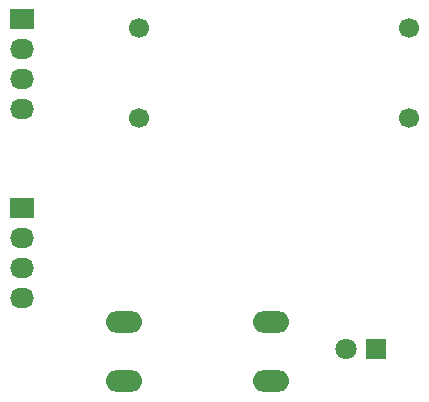
<source format=gbr>
%TF.GenerationSoftware,KiCad,Pcbnew,7.0.9*%
%TF.CreationDate,2024-01-30T23:10:39-08:00*%
%TF.ProjectId,display_rasp,64697370-6c61-4795-9f72-6173702e6b69,rev?*%
%TF.SameCoordinates,Original*%
%TF.FileFunction,Soldermask,Bot*%
%TF.FilePolarity,Negative*%
%FSLAX46Y46*%
G04 Gerber Fmt 4.6, Leading zero omitted, Abs format (unit mm)*
G04 Created by KiCad (PCBNEW 7.0.9) date 2024-01-30 23:10:39*
%MOMM*%
%LPD*%
G01*
G04 APERTURE LIST*
%ADD10O,2.030000X1.730000*%
%ADD11R,2.030000X1.730000*%
%ADD12C,1.700000*%
%ADD13O,3.048000X1.850000*%
%ADD14C,1.800000*%
%ADD15R,1.800000X1.800000*%
G04 APERTURE END LIST*
D10*
%TO.C,J1*%
X117602000Y-100076000D03*
X117602000Y-97536000D03*
X117602000Y-94996000D03*
D11*
X117602000Y-92456000D03*
%TD*%
D10*
%TO.C,J2*%
X117602000Y-116078000D03*
X117602000Y-113538000D03*
X117602000Y-110998000D03*
D11*
X117602000Y-108458000D03*
%TD*%
D12*
%TO.C,M1*%
X150368000Y-93218000D03*
X150368000Y-100838000D03*
X127508000Y-100838000D03*
X127508000Y-93218000D03*
%TD*%
D13*
%TO.C,SW1*%
X138684000Y-123110000D03*
X126184000Y-123110000D03*
X138684000Y-118110000D03*
X126184000Y-118110000D03*
%TD*%
D14*
%TO.C,D1*%
X145034000Y-120396000D03*
D15*
X147574000Y-120396000D03*
%TD*%
M02*

</source>
